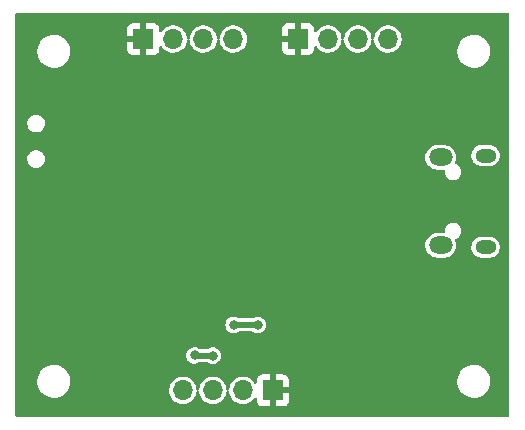
<source format=gbr>
%TF.GenerationSoftware,KiCad,Pcbnew,(6.0.1)*%
%TF.CreationDate,2022-02-23T01:52:35+01:00*%
%TF.ProjectId,stm32myPill,73746d33-326d-4795-9069-6c6c2e6b6963,rev?*%
%TF.SameCoordinates,Original*%
%TF.FileFunction,Copper,L2,Bot*%
%TF.FilePolarity,Positive*%
%FSLAX46Y46*%
G04 Gerber Fmt 4.6, Leading zero omitted, Abs format (unit mm)*
G04 Created by KiCad (PCBNEW (6.0.1)) date 2022-02-23 01:52:35*
%MOMM*%
%LPD*%
G01*
G04 APERTURE LIST*
%TA.AperFunction,ComponentPad*%
%ADD10O,2.000000X1.450000*%
%TD*%
%TA.AperFunction,ComponentPad*%
%ADD11O,1.800000X1.150000*%
%TD*%
%TA.AperFunction,ComponentPad*%
%ADD12R,1.700000X1.700000*%
%TD*%
%TA.AperFunction,ComponentPad*%
%ADD13O,1.700000X1.700000*%
%TD*%
%TA.AperFunction,ViaPad*%
%ADD14C,0.700000*%
%TD*%
%TA.AperFunction,ViaPad*%
%ADD15C,0.800000*%
%TD*%
%TA.AperFunction,Conductor*%
%ADD16C,0.500000*%
%TD*%
G04 APERTURE END LIST*
D10*
%TO.P,J1,6,Shield*%
%TO.N,N/C*%
X115295000Y-75020000D03*
X115295000Y-82470000D03*
D11*
X119095000Y-82620000D03*
X119095000Y-74870000D03*
%TD*%
D12*
%TO.P,J4,1,Pin_1*%
%TO.N,GND*%
X101080000Y-94750000D03*
D13*
%TO.P,J4,2,Pin_2*%
%TO.N,/I2C2_SDA*%
X98540000Y-94750000D03*
%TO.P,J4,3,Pin_3*%
%TO.N,/I2C2_SCL*%
X96000000Y-94750000D03*
%TO.P,J4,4,Pin_4*%
%TO.N,+3V3*%
X93460000Y-94750000D03*
%TD*%
D12*
%TO.P,J3,1,Pin_1*%
%TO.N,GND*%
X103210000Y-65000000D03*
D13*
%TO.P,J3,2,Pin_2*%
%TO.N,/SWCLK*%
X105750000Y-65000000D03*
%TO.P,J3,3,Pin_3*%
%TO.N,/SWDIO*%
X108290000Y-65000000D03*
%TO.P,J3,4,Pin_4*%
%TO.N,+3V3*%
X110830000Y-65000000D03*
%TD*%
D12*
%TO.P,J2,1,Pin_1*%
%TO.N,GND*%
X90120000Y-65000000D03*
D13*
%TO.P,J2,2,Pin_2*%
%TO.N,/USART1_RX*%
X92660000Y-65000000D03*
%TO.P,J2,3,Pin_3*%
%TO.N,/USART1_TX*%
X95200000Y-65000000D03*
%TO.P,J2,4,Pin_4*%
%TO.N,+3V3*%
X97740000Y-65000000D03*
%TD*%
D14*
%TO.N,GND*%
X100200000Y-82900000D03*
X90000000Y-79400000D03*
X92000000Y-75400000D03*
X112700000Y-87900000D03*
X108600000Y-83100000D03*
X95700000Y-77100000D03*
D15*
X116200000Y-87200000D03*
D14*
X84300000Y-71300000D03*
X97000000Y-86100000D03*
X108600000Y-82200000D03*
X110500000Y-87400000D03*
X90100000Y-77100000D03*
X89200000Y-83600000D03*
X109500000Y-87400000D03*
X85500000Y-81400000D03*
X113300000Y-77500000D03*
X87200000Y-76300000D03*
X89200000Y-86800000D03*
X105000000Y-78000000D03*
X90820413Y-80959065D03*
D15*
%TO.N,+3V3*%
X97766449Y-89195747D03*
X94454500Y-91787301D03*
X96000000Y-91800000D03*
X99800000Y-89200000D03*
%TD*%
D16*
%TO.N,+3V3*%
X94467199Y-91800000D02*
X94454500Y-91787301D01*
X97770702Y-89200000D02*
X97766449Y-89195747D01*
X99800000Y-89200000D02*
X97770702Y-89200000D01*
X96000000Y-91800000D02*
X94467199Y-91800000D01*
%TD*%
%TA.AperFunction,Conductor*%
%TO.N,GND*%
G36*
X121055039Y-62803685D02*
G01*
X121100794Y-62856489D01*
X121112000Y-62908000D01*
X121112000Y-96858000D01*
X121092315Y-96925039D01*
X121039511Y-96970794D01*
X120988000Y-96982000D01*
X79418000Y-96982000D01*
X79350961Y-96962315D01*
X79305206Y-96909511D01*
X79294000Y-96858000D01*
X79294000Y-93913789D01*
X81145996Y-93913789D01*
X81154913Y-94151295D01*
X81155990Y-94156430D01*
X81155991Y-94156435D01*
X81193653Y-94335931D01*
X81203719Y-94383904D01*
X81291020Y-94604963D01*
X81293741Y-94609447D01*
X81293743Y-94609451D01*
X81359247Y-94717398D01*
X81414319Y-94808153D01*
X81570090Y-94987664D01*
X81753880Y-95138362D01*
X81758441Y-95140958D01*
X81758442Y-95140959D01*
X81955875Y-95253345D01*
X81955880Y-95253347D01*
X81960433Y-95255939D01*
X82183844Y-95337034D01*
X82417725Y-95379326D01*
X82442619Y-95380500D01*
X82609680Y-95380500D01*
X82612296Y-95380278D01*
X82612297Y-95380278D01*
X82781590Y-95365913D01*
X82786823Y-95365469D01*
X83016874Y-95305760D01*
X83233576Y-95208143D01*
X83430732Y-95075409D01*
X83602705Y-94911355D01*
X83744579Y-94720670D01*
X83745045Y-94719754D01*
X92304967Y-94719754D01*
X92305338Y-94725416D01*
X92305338Y-94725420D01*
X92309488Y-94788736D01*
X92318796Y-94930749D01*
X92370845Y-95135690D01*
X92373219Y-95140841D01*
X92373221Y-95140845D01*
X92456991Y-95322556D01*
X92459369Y-95327714D01*
X92581405Y-95500391D01*
X92732865Y-95647937D01*
X92737588Y-95651093D01*
X92737592Y-95651096D01*
X92808663Y-95698584D01*
X92908677Y-95765411D01*
X93102953Y-95848878D01*
X93166283Y-95863208D01*
X93303638Y-95894289D01*
X93303642Y-95894290D01*
X93309186Y-95895544D01*
X93435651Y-95900513D01*
X93514789Y-95903623D01*
X93514791Y-95903623D01*
X93520470Y-95903846D01*
X93526090Y-95903031D01*
X93526092Y-95903031D01*
X93724103Y-95874320D01*
X93724104Y-95874320D01*
X93729730Y-95873504D01*
X93808890Y-95846633D01*
X93924565Y-95807367D01*
X93924568Y-95807366D01*
X93929955Y-95805537D01*
X93934916Y-95802759D01*
X93934922Y-95802756D01*
X94090275Y-95715753D01*
X94114442Y-95702219D01*
X94277012Y-95567012D01*
X94280644Y-95562645D01*
X94408584Y-95408813D01*
X94408585Y-95408811D01*
X94412219Y-95404442D01*
X94496838Y-95253345D01*
X94512756Y-95224922D01*
X94512759Y-95224916D01*
X94515537Y-95219955D01*
X94542353Y-95140959D01*
X94581675Y-95025118D01*
X94583504Y-95019730D01*
X94585954Y-95002831D01*
X94607820Y-94852033D01*
X94636921Y-94788512D01*
X94690225Y-94754346D01*
X94770974Y-94754346D01*
X94824347Y-94788736D01*
X94853296Y-94852327D01*
X94854271Y-94861707D01*
X94858796Y-94930749D01*
X94910845Y-95135690D01*
X94913219Y-95140841D01*
X94913221Y-95140845D01*
X94996991Y-95322556D01*
X94999369Y-95327714D01*
X95121405Y-95500391D01*
X95272865Y-95647937D01*
X95277588Y-95651093D01*
X95277592Y-95651096D01*
X95348663Y-95698584D01*
X95448677Y-95765411D01*
X95642953Y-95848878D01*
X95706283Y-95863208D01*
X95843638Y-95894289D01*
X95843642Y-95894290D01*
X95849186Y-95895544D01*
X95975651Y-95900513D01*
X96054789Y-95903623D01*
X96054791Y-95903623D01*
X96060470Y-95903846D01*
X96066090Y-95903031D01*
X96066092Y-95903031D01*
X96264103Y-95874320D01*
X96264104Y-95874320D01*
X96269730Y-95873504D01*
X96348890Y-95846633D01*
X96464565Y-95807367D01*
X96464568Y-95807366D01*
X96469955Y-95805537D01*
X96474916Y-95802759D01*
X96474922Y-95802756D01*
X96630275Y-95715753D01*
X96654442Y-95702219D01*
X96817012Y-95567012D01*
X96820644Y-95562645D01*
X96948584Y-95408813D01*
X96948585Y-95408811D01*
X96952219Y-95404442D01*
X97036838Y-95253345D01*
X97052756Y-95224922D01*
X97052759Y-95224916D01*
X97055537Y-95219955D01*
X97082353Y-95140959D01*
X97121675Y-95025118D01*
X97123504Y-95019730D01*
X97125954Y-95002831D01*
X97147820Y-94852033D01*
X97176921Y-94788512D01*
X97230225Y-94754346D01*
X97310974Y-94754346D01*
X97364347Y-94788736D01*
X97393296Y-94852327D01*
X97394271Y-94861707D01*
X97398796Y-94930749D01*
X97450845Y-95135690D01*
X97453219Y-95140841D01*
X97453221Y-95140845D01*
X97536991Y-95322556D01*
X97539369Y-95327714D01*
X97661405Y-95500391D01*
X97812865Y-95647937D01*
X97817588Y-95651093D01*
X97817592Y-95651096D01*
X97888663Y-95698584D01*
X97988677Y-95765411D01*
X98182953Y-95848878D01*
X98246283Y-95863208D01*
X98383638Y-95894289D01*
X98383642Y-95894290D01*
X98389186Y-95895544D01*
X98515651Y-95900513D01*
X98594789Y-95903623D01*
X98594791Y-95903623D01*
X98600470Y-95903846D01*
X98606090Y-95903031D01*
X98606092Y-95903031D01*
X98804103Y-95874320D01*
X98804104Y-95874320D01*
X98809730Y-95873504D01*
X98888890Y-95846633D01*
X99004565Y-95807367D01*
X99004568Y-95807366D01*
X99009955Y-95805537D01*
X99014916Y-95802759D01*
X99014922Y-95802756D01*
X99170275Y-95715753D01*
X99194442Y-95702219D01*
X99357012Y-95567012D01*
X99360644Y-95562645D01*
X99488584Y-95408813D01*
X99488585Y-95408811D01*
X99492219Y-95404442D01*
X99497812Y-95394455D01*
X99547743Y-95345583D01*
X99616171Y-95331464D01*
X99681370Y-95356581D01*
X99722640Y-95412960D01*
X99730000Y-95455046D01*
X99730000Y-95643972D01*
X99730363Y-95650669D01*
X99735803Y-95700744D01*
X99739371Y-95715753D01*
X99783817Y-95834311D01*
X99792212Y-95849646D01*
X99867516Y-95950124D01*
X99879876Y-95962484D01*
X99980354Y-96037788D01*
X99995689Y-96046183D01*
X100114247Y-96090629D01*
X100129256Y-96094197D01*
X100179331Y-96099637D01*
X100186028Y-96100000D01*
X100812170Y-96100000D01*
X100827169Y-96095596D01*
X100828356Y-96094226D01*
X100830000Y-96086668D01*
X100830000Y-96082170D01*
X101330000Y-96082170D01*
X101334404Y-96097169D01*
X101335774Y-96098356D01*
X101343332Y-96100000D01*
X101973972Y-96100000D01*
X101980669Y-96099637D01*
X102030744Y-96094197D01*
X102045753Y-96090629D01*
X102164311Y-96046183D01*
X102179646Y-96037788D01*
X102280124Y-95962484D01*
X102292484Y-95950124D01*
X102367788Y-95849646D01*
X102376183Y-95834311D01*
X102420629Y-95715753D01*
X102424197Y-95700744D01*
X102429637Y-95650669D01*
X102430000Y-95643972D01*
X102430000Y-95017830D01*
X102425596Y-95002831D01*
X102424226Y-95001644D01*
X102416668Y-95000000D01*
X101347830Y-95000000D01*
X101332831Y-95004404D01*
X101331644Y-95005774D01*
X101330000Y-95013332D01*
X101330000Y-96082170D01*
X100830000Y-96082170D01*
X100830000Y-94482170D01*
X101330000Y-94482170D01*
X101334404Y-94497169D01*
X101335774Y-94498356D01*
X101343332Y-94500000D01*
X102412170Y-94500000D01*
X102427169Y-94495596D01*
X102428356Y-94494226D01*
X102430000Y-94486668D01*
X102430000Y-93913789D01*
X116705996Y-93913789D01*
X116714913Y-94151295D01*
X116715990Y-94156430D01*
X116715991Y-94156435D01*
X116753653Y-94335931D01*
X116763719Y-94383904D01*
X116851020Y-94604963D01*
X116853741Y-94609447D01*
X116853743Y-94609451D01*
X116919247Y-94717398D01*
X116974319Y-94808153D01*
X117130090Y-94987664D01*
X117313880Y-95138362D01*
X117318441Y-95140958D01*
X117318442Y-95140959D01*
X117515875Y-95253345D01*
X117515880Y-95253347D01*
X117520433Y-95255939D01*
X117743844Y-95337034D01*
X117977725Y-95379326D01*
X118002619Y-95380500D01*
X118169680Y-95380500D01*
X118172296Y-95380278D01*
X118172297Y-95380278D01*
X118341590Y-95365913D01*
X118346823Y-95365469D01*
X118576874Y-95305760D01*
X118793576Y-95208143D01*
X118990732Y-95075409D01*
X119162705Y-94911355D01*
X119304579Y-94720670D01*
X119340556Y-94649909D01*
X119409913Y-94513493D01*
X119409915Y-94513488D01*
X119412295Y-94508807D01*
X119419170Y-94486668D01*
X119481215Y-94286848D01*
X119482775Y-94281824D01*
X119501343Y-94141733D01*
X119513315Y-94051412D01*
X119513315Y-94051408D01*
X119514004Y-94046211D01*
X119505087Y-93808705D01*
X119503105Y-93799256D01*
X119457361Y-93581242D01*
X119457360Y-93581239D01*
X119456281Y-93576096D01*
X119368980Y-93355037D01*
X119301607Y-93244009D01*
X119248408Y-93156341D01*
X119245681Y-93151847D01*
X119089910Y-92972336D01*
X118906120Y-92821638D01*
X118788687Y-92754791D01*
X118704125Y-92706655D01*
X118704120Y-92706653D01*
X118699567Y-92704061D01*
X118476156Y-92622966D01*
X118242275Y-92580674D01*
X118217381Y-92579500D01*
X118050320Y-92579500D01*
X118047704Y-92579722D01*
X118047703Y-92579722D01*
X118036484Y-92580674D01*
X117873177Y-92594531D01*
X117643126Y-92654240D01*
X117426424Y-92751857D01*
X117229268Y-92884591D01*
X117057295Y-93048645D01*
X116915421Y-93239330D01*
X116913042Y-93244008D01*
X116913042Y-93244009D01*
X116824668Y-93417830D01*
X116807705Y-93451193D01*
X116806146Y-93456213D01*
X116806145Y-93456216D01*
X116751259Y-93632979D01*
X116737225Y-93678176D01*
X116736534Y-93683386D01*
X116736534Y-93683388D01*
X116716148Y-93837197D01*
X116705996Y-93913789D01*
X102430000Y-93913789D01*
X102430000Y-93856028D01*
X102429637Y-93849331D01*
X102424197Y-93799256D01*
X102420629Y-93784247D01*
X102376183Y-93665689D01*
X102367788Y-93650354D01*
X102292484Y-93549876D01*
X102280124Y-93537516D01*
X102179646Y-93462212D01*
X102164311Y-93453817D01*
X102045753Y-93409371D01*
X102030744Y-93405803D01*
X101980669Y-93400363D01*
X101973972Y-93400000D01*
X101347830Y-93400000D01*
X101332831Y-93404404D01*
X101331644Y-93405774D01*
X101330000Y-93413332D01*
X101330000Y-94482170D01*
X100830000Y-94482170D01*
X100830000Y-93417830D01*
X100825596Y-93402831D01*
X100824226Y-93401644D01*
X100816668Y-93400000D01*
X100186028Y-93400000D01*
X100179331Y-93400363D01*
X100129256Y-93405803D01*
X100114247Y-93409371D01*
X99995689Y-93453817D01*
X99980354Y-93462212D01*
X99879876Y-93537516D01*
X99867516Y-93549876D01*
X99792212Y-93650354D01*
X99783817Y-93665689D01*
X99739371Y-93784247D01*
X99735803Y-93799256D01*
X99730363Y-93849331D01*
X99730000Y-93856028D01*
X99730000Y-94047295D01*
X99710315Y-94114334D01*
X99657511Y-94160089D01*
X99588353Y-94170033D01*
X99524797Y-94141008D01*
X99506645Y-94121487D01*
X99402056Y-93981426D01*
X99402050Y-93981419D01*
X99398651Y-93976867D01*
X99394481Y-93973012D01*
X99394478Y-93973009D01*
X99324787Y-93908588D01*
X99243381Y-93833337D01*
X99204342Y-93808705D01*
X99069363Y-93723539D01*
X99069361Y-93723538D01*
X99064554Y-93720505D01*
X98868160Y-93642152D01*
X98862579Y-93641042D01*
X98862576Y-93641041D01*
X98764467Y-93621526D01*
X98660775Y-93600901D01*
X98655088Y-93600827D01*
X98655083Y-93600826D01*
X98455034Y-93598207D01*
X98455029Y-93598207D01*
X98449346Y-93598133D01*
X98443742Y-93599096D01*
X98443741Y-93599096D01*
X98246550Y-93632979D01*
X98246547Y-93632980D01*
X98240953Y-93633941D01*
X98042575Y-93707127D01*
X98037697Y-93710029D01*
X98037695Y-93710030D01*
X97865740Y-93812332D01*
X97865737Y-93812334D01*
X97860856Y-93815238D01*
X97701881Y-93954655D01*
X97698362Y-93959119D01*
X97698359Y-93959122D01*
X97639731Y-94033492D01*
X97570976Y-94120708D01*
X97472523Y-94307836D01*
X97470837Y-94313267D01*
X97470835Y-94313271D01*
X97418391Y-94482170D01*
X97409820Y-94509773D01*
X97392851Y-94653140D01*
X97365425Y-94717398D01*
X97310974Y-94754346D01*
X97230225Y-94754346D01*
X97230667Y-94754063D01*
X97178057Y-94722081D01*
X97147453Y-94659271D01*
X97146232Y-94649909D01*
X97136601Y-94545100D01*
X97136081Y-94539440D01*
X97078686Y-94335931D01*
X96985165Y-94146290D01*
X96858651Y-93976867D01*
X96854481Y-93973012D01*
X96854478Y-93973009D01*
X96784787Y-93908588D01*
X96703381Y-93833337D01*
X96664342Y-93808705D01*
X96529363Y-93723539D01*
X96529361Y-93723538D01*
X96524554Y-93720505D01*
X96328160Y-93642152D01*
X96322579Y-93641042D01*
X96322576Y-93641041D01*
X96224467Y-93621526D01*
X96120775Y-93600901D01*
X96115088Y-93600827D01*
X96115083Y-93600826D01*
X95915034Y-93598207D01*
X95915029Y-93598207D01*
X95909346Y-93598133D01*
X95903742Y-93599096D01*
X95903741Y-93599096D01*
X95706550Y-93632979D01*
X95706547Y-93632980D01*
X95700953Y-93633941D01*
X95502575Y-93707127D01*
X95497697Y-93710029D01*
X95497695Y-93710030D01*
X95325740Y-93812332D01*
X95325737Y-93812334D01*
X95320856Y-93815238D01*
X95161881Y-93954655D01*
X95158362Y-93959119D01*
X95158359Y-93959122D01*
X95099731Y-94033492D01*
X95030976Y-94120708D01*
X94932523Y-94307836D01*
X94930837Y-94313267D01*
X94930835Y-94313271D01*
X94878391Y-94482170D01*
X94869820Y-94509773D01*
X94852851Y-94653140D01*
X94825425Y-94717398D01*
X94770974Y-94754346D01*
X94690225Y-94754346D01*
X94690667Y-94754063D01*
X94638057Y-94722081D01*
X94607453Y-94659271D01*
X94606232Y-94649909D01*
X94596601Y-94545100D01*
X94596081Y-94539440D01*
X94538686Y-94335931D01*
X94445165Y-94146290D01*
X94318651Y-93976867D01*
X94314481Y-93973012D01*
X94314478Y-93973009D01*
X94244787Y-93908588D01*
X94163381Y-93833337D01*
X94124342Y-93808705D01*
X93989363Y-93723539D01*
X93989361Y-93723538D01*
X93984554Y-93720505D01*
X93788160Y-93642152D01*
X93782579Y-93641042D01*
X93782576Y-93641041D01*
X93684467Y-93621526D01*
X93580775Y-93600901D01*
X93575088Y-93600827D01*
X93575083Y-93600826D01*
X93375034Y-93598207D01*
X93375029Y-93598207D01*
X93369346Y-93598133D01*
X93363742Y-93599096D01*
X93363741Y-93599096D01*
X93166550Y-93632979D01*
X93166547Y-93632980D01*
X93160953Y-93633941D01*
X92962575Y-93707127D01*
X92957697Y-93710029D01*
X92957695Y-93710030D01*
X92785740Y-93812332D01*
X92785737Y-93812334D01*
X92780856Y-93815238D01*
X92621881Y-93954655D01*
X92618362Y-93959119D01*
X92618359Y-93959122D01*
X92559731Y-94033492D01*
X92490976Y-94120708D01*
X92392523Y-94307836D01*
X92390837Y-94313267D01*
X92390835Y-94313271D01*
X92338391Y-94482170D01*
X92329820Y-94509773D01*
X92329152Y-94515418D01*
X92329151Y-94515422D01*
X92319131Y-94600080D01*
X92304967Y-94719754D01*
X83745045Y-94719754D01*
X83780556Y-94649909D01*
X83849913Y-94513493D01*
X83849915Y-94513488D01*
X83852295Y-94508807D01*
X83859170Y-94486668D01*
X83921215Y-94286848D01*
X83922775Y-94281824D01*
X83941343Y-94141733D01*
X83953315Y-94051412D01*
X83953315Y-94051408D01*
X83954004Y-94046211D01*
X83945087Y-93808705D01*
X83943105Y-93799256D01*
X83897361Y-93581242D01*
X83897360Y-93581239D01*
X83896281Y-93576096D01*
X83808980Y-93355037D01*
X83741607Y-93244009D01*
X83688408Y-93156341D01*
X83685681Y-93151847D01*
X83529910Y-92972336D01*
X83346120Y-92821638D01*
X83228687Y-92754791D01*
X83144125Y-92706655D01*
X83144120Y-92706653D01*
X83139567Y-92704061D01*
X82916156Y-92622966D01*
X82682275Y-92580674D01*
X82657381Y-92579500D01*
X82490320Y-92579500D01*
X82487704Y-92579722D01*
X82487703Y-92579722D01*
X82476484Y-92580674D01*
X82313177Y-92594531D01*
X82083126Y-92654240D01*
X81866424Y-92751857D01*
X81669268Y-92884591D01*
X81497295Y-93048645D01*
X81355421Y-93239330D01*
X81353042Y-93244008D01*
X81353042Y-93244009D01*
X81264668Y-93417830D01*
X81247705Y-93451193D01*
X81246146Y-93456213D01*
X81246145Y-93456216D01*
X81191259Y-93632979D01*
X81177225Y-93678176D01*
X81176534Y-93683386D01*
X81176534Y-93683388D01*
X81156148Y-93837197D01*
X81145996Y-93913789D01*
X79294000Y-93913789D01*
X79294000Y-91779912D01*
X93748894Y-91779912D01*
X93749714Y-91787340D01*
X93749714Y-91787342D01*
X93752743Y-91814778D01*
X93767499Y-91948436D01*
X93770065Y-91955448D01*
X93770066Y-91955452D01*
X93823197Y-92100637D01*
X93825766Y-92107657D01*
X93829933Y-92113859D01*
X93829935Y-92113862D01*
X93851543Y-92146018D01*
X93920330Y-92248384D01*
X93925860Y-92253416D01*
X94040202Y-92357460D01*
X94040206Y-92357463D01*
X94045733Y-92362492D01*
X94194735Y-92443393D01*
X94273010Y-92463928D01*
X94351505Y-92484521D01*
X94351507Y-92484521D01*
X94358733Y-92486417D01*
X94441678Y-92487720D01*
X94520790Y-92488963D01*
X94520793Y-92488963D01*
X94528260Y-92489080D01*
X94652752Y-92460568D01*
X94686238Y-92452899D01*
X94686239Y-92452899D01*
X94693529Y-92451229D01*
X94844998Y-92375048D01*
X94849670Y-92371058D01*
X94917761Y-92350500D01*
X95518467Y-92350500D01*
X95588747Y-92372929D01*
X95591233Y-92375191D01*
X95597805Y-92378759D01*
X95597806Y-92378760D01*
X95614358Y-92387747D01*
X95740235Y-92456092D01*
X95835585Y-92481107D01*
X95897005Y-92497220D01*
X95897007Y-92497220D01*
X95904233Y-92499116D01*
X95987178Y-92500419D01*
X96066290Y-92501662D01*
X96066293Y-92501662D01*
X96073760Y-92501779D01*
X96196209Y-92473735D01*
X96231738Y-92465598D01*
X96231739Y-92465598D01*
X96239029Y-92463928D01*
X96314111Y-92426166D01*
X96383820Y-92391106D01*
X96383822Y-92391105D01*
X96390498Y-92387747D01*
X96396180Y-92382894D01*
X96396183Y-92382892D01*
X96513741Y-92282487D01*
X96519423Y-92277634D01*
X96618361Y-92139947D01*
X96681601Y-91982634D01*
X96682654Y-91975237D01*
X96704918Y-91818800D01*
X96704918Y-91818794D01*
X96705490Y-91814778D01*
X96705645Y-91800000D01*
X96685276Y-91631680D01*
X96625345Y-91473077D01*
X96607929Y-91447737D01*
X96533549Y-91339513D01*
X96533546Y-91339510D01*
X96529312Y-91333349D01*
X96487340Y-91295953D01*
X96408303Y-91225533D01*
X96408301Y-91225532D01*
X96402721Y-91220560D01*
X96388347Y-91212949D01*
X96259489Y-91144723D01*
X96252881Y-91141224D01*
X96088441Y-91099919D01*
X96002248Y-91099468D01*
X95926368Y-91099070D01*
X95926367Y-91099070D01*
X95918895Y-91099031D01*
X95897235Y-91104231D01*
X95761295Y-91136868D01*
X95761293Y-91136869D01*
X95754032Y-91138612D01*
X95747399Y-91142035D01*
X95747395Y-91142037D01*
X95680465Y-91176583D01*
X95603369Y-91216375D01*
X95597735Y-91221289D01*
X95591556Y-91225489D01*
X95590283Y-91223616D01*
X95536960Y-91248180D01*
X95518912Y-91249500D01*
X94951183Y-91249500D01*
X94884144Y-91229815D01*
X94868695Y-91218083D01*
X94862808Y-91212838D01*
X94862803Y-91212835D01*
X94857221Y-91207861D01*
X94842847Y-91200250D01*
X94782301Y-91168193D01*
X94707381Y-91128525D01*
X94542941Y-91087220D01*
X94456748Y-91086769D01*
X94380868Y-91086371D01*
X94380867Y-91086371D01*
X94373395Y-91086332D01*
X94351735Y-91091532D01*
X94215795Y-91124169D01*
X94215793Y-91124170D01*
X94208532Y-91125913D01*
X94201899Y-91129336D01*
X94201895Y-91129338D01*
X94178867Y-91141224D01*
X94057869Y-91203676D01*
X94052237Y-91208589D01*
X94005340Y-91249500D01*
X93930104Y-91315132D01*
X93832613Y-91453848D01*
X93771024Y-91611814D01*
X93770048Y-91619224D01*
X93770048Y-91619226D01*
X93767431Y-91639105D01*
X93748894Y-91779912D01*
X79294000Y-91779912D01*
X79294000Y-89188358D01*
X97060843Y-89188358D01*
X97079448Y-89356882D01*
X97082014Y-89363894D01*
X97082015Y-89363898D01*
X97086165Y-89375237D01*
X97137715Y-89516103D01*
X97141882Y-89522305D01*
X97141884Y-89522308D01*
X97153737Y-89539947D01*
X97232279Y-89656830D01*
X97237809Y-89661862D01*
X97352151Y-89765906D01*
X97352155Y-89765909D01*
X97357682Y-89770938D01*
X97506684Y-89851839D01*
X97602034Y-89876854D01*
X97663454Y-89892967D01*
X97663456Y-89892967D01*
X97670682Y-89894863D01*
X97753627Y-89896166D01*
X97832739Y-89897409D01*
X97832742Y-89897409D01*
X97840209Y-89897526D01*
X97962658Y-89869482D01*
X97998187Y-89861345D01*
X97998188Y-89861345D01*
X98005478Y-89859675D01*
X98080560Y-89821913D01*
X98150269Y-89786853D01*
X98150271Y-89786852D01*
X98156947Y-89783494D01*
X98162631Y-89778639D01*
X98168858Y-89774502D01*
X98169930Y-89776115D01*
X98224553Y-89751639D01*
X98241324Y-89750500D01*
X99318467Y-89750500D01*
X99388747Y-89772929D01*
X99391233Y-89775191D01*
X99397805Y-89778759D01*
X99397806Y-89778760D01*
X99406525Y-89783494D01*
X99540235Y-89856092D01*
X99635585Y-89881107D01*
X99697005Y-89897220D01*
X99697007Y-89897220D01*
X99704233Y-89899116D01*
X99787178Y-89900419D01*
X99866290Y-89901662D01*
X99866293Y-89901662D01*
X99873760Y-89901779D01*
X99996209Y-89873735D01*
X100031738Y-89865598D01*
X100031739Y-89865598D01*
X100039029Y-89863928D01*
X100114111Y-89826165D01*
X100183820Y-89791106D01*
X100183822Y-89791105D01*
X100190498Y-89787747D01*
X100196180Y-89782894D01*
X100196183Y-89782892D01*
X100313741Y-89682487D01*
X100319423Y-89677634D01*
X100418361Y-89539947D01*
X100481601Y-89382634D01*
X100482654Y-89375237D01*
X100504918Y-89218800D01*
X100504918Y-89218794D01*
X100505490Y-89214778D01*
X100505645Y-89200000D01*
X100485276Y-89031680D01*
X100425345Y-88873077D01*
X100413734Y-88856183D01*
X100333549Y-88739513D01*
X100333546Y-88739510D01*
X100329312Y-88733349D01*
X100287340Y-88695953D01*
X100208303Y-88625533D01*
X100208301Y-88625532D01*
X100202721Y-88620560D01*
X100196064Y-88617035D01*
X100059489Y-88544723D01*
X100052881Y-88541224D01*
X99888441Y-88499919D01*
X99802248Y-88499468D01*
X99726368Y-88499070D01*
X99726367Y-88499070D01*
X99718895Y-88499031D01*
X99697235Y-88504231D01*
X99561295Y-88536868D01*
X99561293Y-88536869D01*
X99554032Y-88538612D01*
X99547399Y-88542035D01*
X99547395Y-88542037D01*
X99480465Y-88576583D01*
X99403369Y-88616375D01*
X99397735Y-88621289D01*
X99391556Y-88625489D01*
X99390283Y-88623616D01*
X99336960Y-88648180D01*
X99318912Y-88649500D01*
X98253652Y-88649500D01*
X98186613Y-88629815D01*
X98180926Y-88625496D01*
X98180891Y-88625547D01*
X98174751Y-88621280D01*
X98169170Y-88616307D01*
X98154796Y-88608696D01*
X98028898Y-88542037D01*
X98019330Y-88536971D01*
X97854890Y-88495666D01*
X97768697Y-88495215D01*
X97692817Y-88494817D01*
X97692816Y-88494817D01*
X97685344Y-88494778D01*
X97667629Y-88499031D01*
X97527744Y-88532615D01*
X97527742Y-88532616D01*
X97520481Y-88534359D01*
X97513848Y-88537782D01*
X97513844Y-88537784D01*
X97446914Y-88572330D01*
X97369818Y-88612122D01*
X97364186Y-88617035D01*
X97326971Y-88649500D01*
X97242053Y-88723578D01*
X97144562Y-88862294D01*
X97082973Y-89020260D01*
X97081997Y-89027670D01*
X97081997Y-89027672D01*
X97080492Y-89039105D01*
X97060843Y-89188358D01*
X79294000Y-89188358D01*
X79294000Y-82462806D01*
X113989563Y-82462806D01*
X113990112Y-82468839D01*
X113990112Y-82468843D01*
X113999395Y-82570840D01*
X114007790Y-82663089D01*
X114009501Y-82668902D01*
X114009501Y-82668903D01*
X114011944Y-82677203D01*
X114064572Y-82856018D01*
X114157746Y-83034243D01*
X114251919Y-83151370D01*
X114279137Y-83185222D01*
X114283763Y-83190976D01*
X114437823Y-83320248D01*
X114614058Y-83417134D01*
X114619840Y-83418968D01*
X114619842Y-83418969D01*
X114799976Y-83476111D01*
X114799978Y-83476111D01*
X114805755Y-83477944D01*
X114860287Y-83484061D01*
X114958815Y-83495113D01*
X114958821Y-83495113D01*
X114962268Y-83495500D01*
X115620606Y-83495500D01*
X115623621Y-83495204D01*
X115623629Y-83495204D01*
X115764115Y-83481429D01*
X115764117Y-83481429D01*
X115770151Y-83480837D01*
X115962679Y-83422710D01*
X116140249Y-83328294D01*
X116296099Y-83201186D01*
X116424292Y-83046227D01*
X116431203Y-83033446D01*
X116517059Y-82874658D01*
X116517060Y-82874656D01*
X116519945Y-82869320D01*
X116579415Y-82677203D01*
X116590594Y-82570840D01*
X117890711Y-82570840D01*
X117900667Y-82760801D01*
X117951181Y-82944193D01*
X118039898Y-83112460D01*
X118044229Y-83117585D01*
X118044231Y-83117588D01*
X118158345Y-83252624D01*
X118162678Y-83257751D01*
X118168012Y-83261829D01*
X118308456Y-83369207D01*
X118308459Y-83369209D01*
X118313793Y-83373287D01*
X118319882Y-83376126D01*
X118319883Y-83376127D01*
X118480109Y-83450841D01*
X118486193Y-83453678D01*
X118492738Y-83455141D01*
X118492741Y-83455142D01*
X118584890Y-83475740D01*
X118671834Y-83495174D01*
X118677665Y-83495500D01*
X119467517Y-83495500D01*
X119609109Y-83480118D01*
X119789396Y-83419445D01*
X119952447Y-83321474D01*
X120079649Y-83201186D01*
X120085781Y-83195387D01*
X120090658Y-83190775D01*
X120140396Y-83117588D01*
X120193804Y-83039000D01*
X120193806Y-83038997D01*
X120197578Y-83033446D01*
X120200070Y-83027216D01*
X120200072Y-83027212D01*
X120265727Y-82863062D01*
X120268221Y-82856827D01*
X120269318Y-82850202D01*
X120298192Y-82675788D01*
X120298192Y-82675786D01*
X120299289Y-82669160D01*
X120289333Y-82479199D01*
X120238819Y-82295807D01*
X120150102Y-82127540D01*
X120106947Y-82076472D01*
X120031655Y-81987376D01*
X120031653Y-81987374D01*
X120027322Y-81982249D01*
X119943976Y-81918526D01*
X119881544Y-81870793D01*
X119881541Y-81870791D01*
X119876207Y-81866713D01*
X119803367Y-81832747D01*
X119709891Y-81789159D01*
X119703807Y-81786322D01*
X119697262Y-81784859D01*
X119697259Y-81784858D01*
X119585522Y-81759882D01*
X119518166Y-81744826D01*
X119512335Y-81744500D01*
X118722483Y-81744500D01*
X118580891Y-81759882D01*
X118400604Y-81820555D01*
X118237553Y-81918526D01*
X118099342Y-82049225D01*
X118095569Y-82054777D01*
X118095568Y-82054778D01*
X118042083Y-82133480D01*
X117992422Y-82206554D01*
X117989930Y-82212784D01*
X117989928Y-82212788D01*
X117969926Y-82262797D01*
X117921779Y-82383173D01*
X117920683Y-82389796D01*
X117920682Y-82389798D01*
X117906954Y-82472726D01*
X117890711Y-82570840D01*
X116590594Y-82570840D01*
X116600437Y-82477194D01*
X116592484Y-82389798D01*
X116584519Y-82302280D01*
X116582210Y-82276911D01*
X116525428Y-82083982D01*
X116522617Y-82078606D01*
X116520346Y-82072984D01*
X116521705Y-82072435D01*
X116509512Y-82011039D01*
X116535113Y-81946029D01*
X116584618Y-81910100D01*
X116584029Y-81908928D01*
X116728820Y-81836106D01*
X116728822Y-81836105D01*
X116735498Y-81832747D01*
X116741180Y-81827894D01*
X116741183Y-81827892D01*
X116858741Y-81727487D01*
X116864423Y-81722634D01*
X116963361Y-81584947D01*
X117026601Y-81427634D01*
X117050490Y-81259778D01*
X117050645Y-81245000D01*
X117030276Y-81076680D01*
X116970345Y-80918077D01*
X116961657Y-80905436D01*
X116878549Y-80784513D01*
X116878546Y-80784510D01*
X116874312Y-80778349D01*
X116747721Y-80665560D01*
X116733347Y-80657949D01*
X116604489Y-80589723D01*
X116597881Y-80586224D01*
X116433441Y-80544919D01*
X116347248Y-80544468D01*
X116271368Y-80544070D01*
X116271367Y-80544070D01*
X116263895Y-80544031D01*
X116242235Y-80549231D01*
X116106295Y-80581868D01*
X116106293Y-80581869D01*
X116099032Y-80583612D01*
X116092399Y-80587035D01*
X116092395Y-80587037D01*
X116025465Y-80621583D01*
X115948369Y-80661375D01*
X115820604Y-80772831D01*
X115723113Y-80911547D01*
X115661524Y-81069513D01*
X115639394Y-81237611D01*
X115640214Y-81245039D01*
X115640214Y-81245041D01*
X115647043Y-81306893D01*
X115634834Y-81375687D01*
X115587370Y-81426960D01*
X115523792Y-81444500D01*
X114969394Y-81444500D01*
X114966379Y-81444796D01*
X114966371Y-81444796D01*
X114825885Y-81458571D01*
X114825883Y-81458571D01*
X114819849Y-81459163D01*
X114627321Y-81517290D01*
X114449751Y-81611706D01*
X114293901Y-81738814D01*
X114165708Y-81893773D01*
X114162822Y-81899110D01*
X114162821Y-81899112D01*
X114081656Y-82049225D01*
X114070055Y-82070680D01*
X114010585Y-82262797D01*
X113989563Y-82462806D01*
X79294000Y-82462806D01*
X79294000Y-75200862D01*
X80289497Y-75200862D01*
X80319134Y-75373340D01*
X80321957Y-75379973D01*
X80321957Y-75379975D01*
X80338699Y-75419320D01*
X80387654Y-75534373D01*
X80391921Y-75540171D01*
X80391922Y-75540173D01*
X80487057Y-75669445D01*
X80491383Y-75675324D01*
X80496874Y-75679989D01*
X80496875Y-75679990D01*
X80619261Y-75783965D01*
X80619264Y-75783967D01*
X80624755Y-75788632D01*
X80631172Y-75791909D01*
X80631174Y-75791910D01*
X80697616Y-75825837D01*
X80780616Y-75868219D01*
X80787612Y-75869931D01*
X80787615Y-75869932D01*
X80858763Y-75887341D01*
X80950606Y-75909815D01*
X80956114Y-75910157D01*
X80956116Y-75910157D01*
X80959744Y-75910382D01*
X80959748Y-75910382D01*
X80961648Y-75910500D01*
X81087822Y-75910500D01*
X81217828Y-75895343D01*
X81224595Y-75892887D01*
X81224598Y-75892886D01*
X81375557Y-75838090D01*
X81375558Y-75838089D01*
X81382331Y-75835631D01*
X81461135Y-75783965D01*
X81522656Y-75743630D01*
X81522657Y-75743629D01*
X81528685Y-75739677D01*
X81533637Y-75734449D01*
X81533640Y-75734447D01*
X81644087Y-75617857D01*
X81644089Y-75617855D01*
X81649040Y-75612628D01*
X81652656Y-75606403D01*
X81652658Y-75606400D01*
X81733322Y-75467525D01*
X81736939Y-75461298D01*
X81787667Y-75293807D01*
X81798503Y-75119138D01*
X81780232Y-75012806D01*
X113989563Y-75012806D01*
X113990112Y-75018839D01*
X113990112Y-75018843D01*
X113998119Y-75106827D01*
X114007790Y-75213089D01*
X114009501Y-75218902D01*
X114009501Y-75218903D01*
X114033576Y-75300704D01*
X114064572Y-75406018D01*
X114157746Y-75584243D01*
X114226312Y-75669521D01*
X114278514Y-75734447D01*
X114283763Y-75740976D01*
X114437823Y-75870248D01*
X114614058Y-75967134D01*
X114619840Y-75968968D01*
X114619842Y-75968969D01*
X114799976Y-76026111D01*
X114799978Y-76026111D01*
X114805755Y-76027944D01*
X114860287Y-76034061D01*
X114958815Y-76045113D01*
X114958821Y-76045113D01*
X114962268Y-76045500D01*
X115523291Y-76045500D01*
X115590330Y-76065185D01*
X115636085Y-76117989D01*
X115646230Y-76185685D01*
X115639394Y-76237611D01*
X115640214Y-76245039D01*
X115640214Y-76245041D01*
X115641841Y-76259778D01*
X115657999Y-76406135D01*
X115660565Y-76413147D01*
X115660566Y-76413151D01*
X115713697Y-76558336D01*
X115716266Y-76565356D01*
X115720433Y-76571558D01*
X115720435Y-76571561D01*
X115733510Y-76591018D01*
X115810830Y-76706083D01*
X115816360Y-76711115D01*
X115930702Y-76815159D01*
X115930706Y-76815162D01*
X115936233Y-76820191D01*
X116085235Y-76901092D01*
X116180585Y-76926107D01*
X116242005Y-76942220D01*
X116242007Y-76942220D01*
X116249233Y-76944116D01*
X116332178Y-76945419D01*
X116411290Y-76946662D01*
X116411293Y-76946662D01*
X116418760Y-76946779D01*
X116541209Y-76918735D01*
X116576738Y-76910598D01*
X116576739Y-76910598D01*
X116584029Y-76908928D01*
X116659111Y-76871166D01*
X116728820Y-76836106D01*
X116728822Y-76836105D01*
X116735498Y-76832747D01*
X116741180Y-76827894D01*
X116741183Y-76827892D01*
X116858741Y-76727487D01*
X116864423Y-76722634D01*
X116963361Y-76584947D01*
X117026601Y-76427634D01*
X117050490Y-76259778D01*
X117050645Y-76245000D01*
X117030276Y-76076680D01*
X117011168Y-76026111D01*
X116972989Y-75925073D01*
X116972987Y-75925070D01*
X116970345Y-75918077D01*
X116966108Y-75911912D01*
X116878549Y-75784513D01*
X116878546Y-75784510D01*
X116874312Y-75778349D01*
X116790504Y-75703678D01*
X116753303Y-75670533D01*
X116753301Y-75670532D01*
X116747721Y-75665560D01*
X116660176Y-75619207D01*
X116604484Y-75589720D01*
X116604483Y-75589720D01*
X116597881Y-75586224D01*
X116590636Y-75584404D01*
X116588919Y-75583745D01*
X116533387Y-75541343D01*
X116509595Y-75475648D01*
X116518788Y-75421459D01*
X116519945Y-75419320D01*
X116579415Y-75227203D01*
X116600437Y-75027194D01*
X116599719Y-75019296D01*
X116582759Y-74832946D01*
X116582210Y-74826911D01*
X116580423Y-74820840D01*
X117890711Y-74820840D01*
X117900667Y-75010801D01*
X117951181Y-75194193D01*
X118039898Y-75362460D01*
X118044229Y-75367585D01*
X118044231Y-75367588D01*
X118135549Y-75475648D01*
X118162678Y-75507751D01*
X118168012Y-75511829D01*
X118308456Y-75619207D01*
X118308459Y-75619209D01*
X118313793Y-75623287D01*
X118319882Y-75626126D01*
X118319883Y-75626127D01*
X118425387Y-75675324D01*
X118486193Y-75703678D01*
X118492738Y-75705141D01*
X118492741Y-75705142D01*
X118584890Y-75725740D01*
X118671834Y-75745174D01*
X118677665Y-75745500D01*
X119467517Y-75745500D01*
X119609109Y-75730118D01*
X119789396Y-75669445D01*
X119952447Y-75571474D01*
X120090658Y-75440775D01*
X120105239Y-75419320D01*
X120193804Y-75289000D01*
X120193806Y-75288997D01*
X120197578Y-75283446D01*
X120200070Y-75277216D01*
X120200072Y-75277212D01*
X120251016Y-75149842D01*
X120268221Y-75106827D01*
X120282787Y-75018843D01*
X120298192Y-74925788D01*
X120298192Y-74925786D01*
X120299289Y-74919160D01*
X120289333Y-74729199D01*
X120238819Y-74545807D01*
X120167172Y-74409916D01*
X120153234Y-74383480D01*
X120153233Y-74383479D01*
X120150102Y-74377540D01*
X120080457Y-74295125D01*
X120031655Y-74237376D01*
X120031653Y-74237374D01*
X120027322Y-74232249D01*
X119941756Y-74166829D01*
X119881544Y-74120793D01*
X119881541Y-74120791D01*
X119876207Y-74116713D01*
X119784643Y-74074016D01*
X119709891Y-74039159D01*
X119703807Y-74036322D01*
X119697262Y-74034859D01*
X119697259Y-74034858D01*
X119585522Y-74009882D01*
X119518166Y-73994826D01*
X119512335Y-73994500D01*
X118722483Y-73994500D01*
X118580891Y-74009882D01*
X118400604Y-74070555D01*
X118237553Y-74168526D01*
X118232676Y-74173138D01*
X118105406Y-74293491D01*
X118099342Y-74299225D01*
X118095569Y-74304777D01*
X118095568Y-74304778D01*
X117996830Y-74450068D01*
X117992422Y-74456554D01*
X117989930Y-74462784D01*
X117989928Y-74462788D01*
X117959099Y-74539867D01*
X117921779Y-74633173D01*
X117920683Y-74639796D01*
X117920682Y-74639798D01*
X117892043Y-74812797D01*
X117890711Y-74820840D01*
X116580423Y-74820840D01*
X116578473Y-74814212D01*
X116527141Y-74639802D01*
X116527141Y-74639801D01*
X116525428Y-74633982D01*
X116432254Y-74455757D01*
X116338081Y-74338630D01*
X116310037Y-74303750D01*
X116310036Y-74303749D01*
X116306237Y-74299024D01*
X116152177Y-74169752D01*
X115975942Y-74072866D01*
X115970160Y-74071032D01*
X115970158Y-74071031D01*
X115790024Y-74013889D01*
X115790022Y-74013889D01*
X115784245Y-74012056D01*
X115729713Y-74005939D01*
X115631185Y-73994887D01*
X115631179Y-73994887D01*
X115627732Y-73994500D01*
X114969394Y-73994500D01*
X114966379Y-73994796D01*
X114966371Y-73994796D01*
X114825885Y-74008571D01*
X114825883Y-74008571D01*
X114819849Y-74009163D01*
X114627321Y-74067290D01*
X114449751Y-74161706D01*
X114293901Y-74288814D01*
X114165708Y-74443773D01*
X114162822Y-74449110D01*
X114162821Y-74449112D01*
X114107039Y-74552280D01*
X114070055Y-74620680D01*
X114010585Y-74812797D01*
X113989563Y-75012806D01*
X81780232Y-75012806D01*
X81768866Y-74946660D01*
X81700346Y-74785627D01*
X81663754Y-74735904D01*
X81600888Y-74650479D01*
X81600886Y-74650477D01*
X81596617Y-74644676D01*
X81590875Y-74639798D01*
X81468739Y-74536035D01*
X81468736Y-74536033D01*
X81463245Y-74531368D01*
X81456828Y-74528091D01*
X81456826Y-74528090D01*
X81366388Y-74481910D01*
X81307384Y-74451781D01*
X81300388Y-74450069D01*
X81300385Y-74450068D01*
X81229237Y-74432659D01*
X81137394Y-74410185D01*
X81131886Y-74409843D01*
X81131884Y-74409843D01*
X81128256Y-74409618D01*
X81128252Y-74409618D01*
X81126352Y-74409500D01*
X81000178Y-74409500D01*
X80870172Y-74424657D01*
X80863405Y-74427113D01*
X80863402Y-74427114D01*
X80765123Y-74462788D01*
X80705669Y-74484369D01*
X80633984Y-74531368D01*
X80602088Y-74552280D01*
X80559315Y-74580323D01*
X80554363Y-74585551D01*
X80554360Y-74585553D01*
X80492855Y-74650479D01*
X80438960Y-74707372D01*
X80435344Y-74713597D01*
X80435342Y-74713600D01*
X80422387Y-74735904D01*
X80351061Y-74858702D01*
X80300333Y-75026193D01*
X80289497Y-75200862D01*
X79294000Y-75200862D01*
X79294000Y-72200862D01*
X80289497Y-72200862D01*
X80319134Y-72373340D01*
X80387654Y-72534373D01*
X80391921Y-72540171D01*
X80391922Y-72540173D01*
X80449092Y-72617857D01*
X80491383Y-72675324D01*
X80496874Y-72679989D01*
X80496875Y-72679990D01*
X80619261Y-72783965D01*
X80619264Y-72783967D01*
X80624755Y-72788632D01*
X80631172Y-72791909D01*
X80631174Y-72791910D01*
X80697616Y-72825837D01*
X80780616Y-72868219D01*
X80787612Y-72869931D01*
X80787615Y-72869932D01*
X80858763Y-72887341D01*
X80950606Y-72909815D01*
X80956114Y-72910157D01*
X80956116Y-72910157D01*
X80959744Y-72910382D01*
X80959748Y-72910382D01*
X80961648Y-72910500D01*
X81087822Y-72910500D01*
X81217828Y-72895343D01*
X81224595Y-72892887D01*
X81224598Y-72892886D01*
X81375557Y-72838090D01*
X81375558Y-72838089D01*
X81382331Y-72835631D01*
X81528685Y-72739677D01*
X81533637Y-72734449D01*
X81533640Y-72734447D01*
X81644087Y-72617857D01*
X81644089Y-72617855D01*
X81649040Y-72612628D01*
X81652656Y-72606403D01*
X81652658Y-72606400D01*
X81733322Y-72467525D01*
X81736939Y-72461298D01*
X81787667Y-72293807D01*
X81798503Y-72119138D01*
X81768866Y-71946660D01*
X81700346Y-71785627D01*
X81647340Y-71713600D01*
X81600888Y-71650479D01*
X81600886Y-71650477D01*
X81596617Y-71644676D01*
X81516216Y-71576370D01*
X81468739Y-71536035D01*
X81468736Y-71536033D01*
X81463245Y-71531368D01*
X81456828Y-71528091D01*
X81456826Y-71528090D01*
X81366388Y-71481910D01*
X81307384Y-71451781D01*
X81300388Y-71450069D01*
X81300385Y-71450068D01*
X81229237Y-71432659D01*
X81137394Y-71410185D01*
X81131886Y-71409843D01*
X81131884Y-71409843D01*
X81128256Y-71409618D01*
X81128252Y-71409618D01*
X81126352Y-71409500D01*
X81000178Y-71409500D01*
X80870172Y-71424657D01*
X80863405Y-71427113D01*
X80863402Y-71427114D01*
X80712443Y-71481910D01*
X80705669Y-71484369D01*
X80559315Y-71580323D01*
X80554363Y-71585551D01*
X80554360Y-71585553D01*
X80492855Y-71650479D01*
X80438960Y-71707372D01*
X80435344Y-71713597D01*
X80435342Y-71713600D01*
X80396875Y-71779827D01*
X80351061Y-71858702D01*
X80300333Y-72026193D01*
X80289497Y-72200862D01*
X79294000Y-72200862D01*
X79294000Y-65973789D01*
X81145996Y-65973789D01*
X81150771Y-66100969D01*
X81154494Y-66200124D01*
X81154913Y-66211295D01*
X81155990Y-66216430D01*
X81155991Y-66216435D01*
X81183422Y-66347169D01*
X81203719Y-66443904D01*
X81291020Y-66664963D01*
X81293741Y-66669447D01*
X81293743Y-66669451D01*
X81361233Y-66780670D01*
X81414319Y-66868153D01*
X81570090Y-67047664D01*
X81753880Y-67198362D01*
X81758441Y-67200958D01*
X81758442Y-67200959D01*
X81955875Y-67313345D01*
X81955880Y-67313347D01*
X81960433Y-67315939D01*
X82183844Y-67397034D01*
X82417725Y-67439326D01*
X82442619Y-67440500D01*
X82609680Y-67440500D01*
X82612296Y-67440278D01*
X82612297Y-67440278D01*
X82781590Y-67425913D01*
X82786823Y-67425469D01*
X83016874Y-67365760D01*
X83233576Y-67268143D01*
X83430732Y-67135409D01*
X83602705Y-66971355D01*
X83744579Y-66780670D01*
X83746958Y-66775991D01*
X83849913Y-66573493D01*
X83849915Y-66573488D01*
X83852295Y-66568807D01*
X83922775Y-66341824D01*
X83924055Y-66332170D01*
X83953315Y-66111412D01*
X83953315Y-66111408D01*
X83954004Y-66106211D01*
X83946287Y-65900669D01*
X83946036Y-65893972D01*
X88770000Y-65893972D01*
X88770363Y-65900669D01*
X88775803Y-65950744D01*
X88779371Y-65965753D01*
X88823817Y-66084311D01*
X88832212Y-66099646D01*
X88907516Y-66200124D01*
X88919876Y-66212484D01*
X89020354Y-66287788D01*
X89035689Y-66296183D01*
X89154247Y-66340629D01*
X89169256Y-66344197D01*
X89219331Y-66349637D01*
X89226028Y-66350000D01*
X89852170Y-66350000D01*
X89867169Y-66345596D01*
X89868356Y-66344226D01*
X89870000Y-66336668D01*
X89870000Y-66332170D01*
X90370000Y-66332170D01*
X90374404Y-66347169D01*
X90375774Y-66348356D01*
X90383332Y-66350000D01*
X91013972Y-66350000D01*
X91020669Y-66349637D01*
X91070744Y-66344197D01*
X91085753Y-66340629D01*
X91204311Y-66296183D01*
X91219646Y-66287788D01*
X91320124Y-66212484D01*
X91332484Y-66200124D01*
X91407788Y-66099646D01*
X91416183Y-66084311D01*
X91460629Y-65965753D01*
X91464197Y-65950744D01*
X91469637Y-65900669D01*
X91470000Y-65893972D01*
X91470000Y-65700070D01*
X91489685Y-65633031D01*
X91542489Y-65587276D01*
X91611647Y-65577332D01*
X91675203Y-65606357D01*
X91695263Y-65628503D01*
X91713595Y-65654442D01*
X91776456Y-65743388D01*
X91781405Y-65750391D01*
X91932865Y-65897937D01*
X91937588Y-65901093D01*
X91937592Y-65901096D01*
X92008663Y-65948584D01*
X92108677Y-66015411D01*
X92302953Y-66098878D01*
X92335360Y-66106211D01*
X92503638Y-66144289D01*
X92503642Y-66144290D01*
X92509186Y-66145544D01*
X92635651Y-66150513D01*
X92714789Y-66153623D01*
X92714791Y-66153623D01*
X92720470Y-66153846D01*
X92726090Y-66153031D01*
X92726092Y-66153031D01*
X92924103Y-66124320D01*
X92924104Y-66124320D01*
X92929730Y-66123504D01*
X93008890Y-66096633D01*
X93124565Y-66057367D01*
X93124568Y-66057366D01*
X93129955Y-66055537D01*
X93134916Y-66052759D01*
X93134922Y-66052756D01*
X93290275Y-65965753D01*
X93314442Y-65952219D01*
X93414858Y-65868705D01*
X93472645Y-65820644D01*
X93477012Y-65817012D01*
X93480644Y-65812645D01*
X93608584Y-65658813D01*
X93608585Y-65658811D01*
X93612219Y-65654442D01*
X93695067Y-65506507D01*
X93712756Y-65474922D01*
X93712759Y-65474916D01*
X93715537Y-65469955D01*
X93746009Y-65380189D01*
X93781675Y-65275118D01*
X93783504Y-65269730D01*
X93785954Y-65252831D01*
X93807820Y-65102033D01*
X93836921Y-65038512D01*
X93890225Y-65004346D01*
X93970974Y-65004346D01*
X94024347Y-65038736D01*
X94053296Y-65102327D01*
X94054271Y-65111707D01*
X94058796Y-65180749D01*
X94110845Y-65385690D01*
X94113219Y-65390841D01*
X94113221Y-65390845D01*
X94151981Y-65474922D01*
X94199369Y-65577714D01*
X94202647Y-65582352D01*
X94316456Y-65743388D01*
X94321405Y-65750391D01*
X94472865Y-65897937D01*
X94477588Y-65901093D01*
X94477592Y-65901096D01*
X94548663Y-65948584D01*
X94648677Y-66015411D01*
X94842953Y-66098878D01*
X94875360Y-66106211D01*
X95043638Y-66144289D01*
X95043642Y-66144290D01*
X95049186Y-66145544D01*
X95175651Y-66150513D01*
X95254789Y-66153623D01*
X95254791Y-66153623D01*
X95260470Y-66153846D01*
X95266090Y-66153031D01*
X95266092Y-66153031D01*
X95464103Y-66124320D01*
X95464104Y-66124320D01*
X95469730Y-66123504D01*
X95548890Y-66096633D01*
X95664565Y-66057367D01*
X95664568Y-66057366D01*
X95669955Y-66055537D01*
X95674916Y-66052759D01*
X95674922Y-66052756D01*
X95830275Y-65965753D01*
X95854442Y-65952219D01*
X95954858Y-65868705D01*
X96012645Y-65820644D01*
X96017012Y-65817012D01*
X96020644Y-65812645D01*
X96148584Y-65658813D01*
X96148585Y-65658811D01*
X96152219Y-65654442D01*
X96235067Y-65506507D01*
X96252756Y-65474922D01*
X96252759Y-65474916D01*
X96255537Y-65469955D01*
X96286009Y-65380189D01*
X96321675Y-65275118D01*
X96323504Y-65269730D01*
X96325954Y-65252831D01*
X96347820Y-65102033D01*
X96376921Y-65038512D01*
X96430225Y-65004346D01*
X96510974Y-65004346D01*
X96564347Y-65038736D01*
X96593296Y-65102327D01*
X96594271Y-65111707D01*
X96598796Y-65180749D01*
X96650845Y-65385690D01*
X96653219Y-65390841D01*
X96653221Y-65390845D01*
X96691981Y-65474922D01*
X96739369Y-65577714D01*
X96742647Y-65582352D01*
X96856456Y-65743388D01*
X96861405Y-65750391D01*
X97012865Y-65897937D01*
X97017588Y-65901093D01*
X97017592Y-65901096D01*
X97088663Y-65948584D01*
X97188677Y-66015411D01*
X97382953Y-66098878D01*
X97415360Y-66106211D01*
X97583638Y-66144289D01*
X97583642Y-66144290D01*
X97589186Y-66145544D01*
X97715651Y-66150513D01*
X97794789Y-66153623D01*
X97794791Y-66153623D01*
X97800470Y-66153846D01*
X97806090Y-66153031D01*
X97806092Y-66153031D01*
X98004103Y-66124320D01*
X98004104Y-66124320D01*
X98009730Y-66123504D01*
X98088890Y-66096633D01*
X98204565Y-66057367D01*
X98204568Y-66057366D01*
X98209955Y-66055537D01*
X98214916Y-66052759D01*
X98214922Y-66052756D01*
X98370275Y-65965753D01*
X98394442Y-65952219D01*
X98464477Y-65893972D01*
X101860000Y-65893972D01*
X101860363Y-65900669D01*
X101865803Y-65950744D01*
X101869371Y-65965753D01*
X101913817Y-66084311D01*
X101922212Y-66099646D01*
X101997516Y-66200124D01*
X102009876Y-66212484D01*
X102110354Y-66287788D01*
X102125689Y-66296183D01*
X102244247Y-66340629D01*
X102259256Y-66344197D01*
X102309331Y-66349637D01*
X102316028Y-66350000D01*
X102942170Y-66350000D01*
X102957169Y-66345596D01*
X102958356Y-66344226D01*
X102960000Y-66336668D01*
X102960000Y-66332170D01*
X103460000Y-66332170D01*
X103464404Y-66347169D01*
X103465774Y-66348356D01*
X103473332Y-66350000D01*
X104103972Y-66350000D01*
X104110669Y-66349637D01*
X104160744Y-66344197D01*
X104175753Y-66340629D01*
X104294311Y-66296183D01*
X104309646Y-66287788D01*
X104410124Y-66212484D01*
X104422484Y-66200124D01*
X104497788Y-66099646D01*
X104506183Y-66084311D01*
X104550629Y-65965753D01*
X104554197Y-65950744D01*
X104559637Y-65900669D01*
X104560000Y-65893972D01*
X104560000Y-65700070D01*
X104579685Y-65633031D01*
X104632489Y-65587276D01*
X104701647Y-65577332D01*
X104765203Y-65606357D01*
X104785263Y-65628503D01*
X104803595Y-65654442D01*
X104866456Y-65743388D01*
X104871405Y-65750391D01*
X105022865Y-65897937D01*
X105027588Y-65901093D01*
X105027592Y-65901096D01*
X105098663Y-65948584D01*
X105198677Y-66015411D01*
X105392953Y-66098878D01*
X105425360Y-66106211D01*
X105593638Y-66144289D01*
X105593642Y-66144290D01*
X105599186Y-66145544D01*
X105725651Y-66150513D01*
X105804789Y-66153623D01*
X105804791Y-66153623D01*
X105810470Y-66153846D01*
X105816090Y-66153031D01*
X105816092Y-66153031D01*
X106014103Y-66124320D01*
X106014104Y-66124320D01*
X106019730Y-66123504D01*
X106098890Y-66096633D01*
X106214565Y-66057367D01*
X106214568Y-66057366D01*
X106219955Y-66055537D01*
X106224916Y-66052759D01*
X106224922Y-66052756D01*
X106380275Y-65965753D01*
X106404442Y-65952219D01*
X106504858Y-65868705D01*
X106562645Y-65820644D01*
X106567012Y-65817012D01*
X106570644Y-65812645D01*
X106698584Y-65658813D01*
X106698585Y-65658811D01*
X106702219Y-65654442D01*
X106785067Y-65506507D01*
X106802756Y-65474922D01*
X106802759Y-65474916D01*
X106805537Y-65469955D01*
X106836009Y-65380189D01*
X106871675Y-65275118D01*
X106873504Y-65269730D01*
X106875954Y-65252831D01*
X106897820Y-65102033D01*
X106926921Y-65038512D01*
X106980225Y-65004346D01*
X107060974Y-65004346D01*
X107114347Y-65038736D01*
X107143296Y-65102327D01*
X107144271Y-65111707D01*
X107148796Y-65180749D01*
X107200845Y-65385690D01*
X107203219Y-65390841D01*
X107203221Y-65390845D01*
X107241981Y-65474922D01*
X107289369Y-65577714D01*
X107292647Y-65582352D01*
X107406456Y-65743388D01*
X107411405Y-65750391D01*
X107562865Y-65897937D01*
X107567588Y-65901093D01*
X107567592Y-65901096D01*
X107638663Y-65948584D01*
X107738677Y-66015411D01*
X107932953Y-66098878D01*
X107965360Y-66106211D01*
X108133638Y-66144289D01*
X108133642Y-66144290D01*
X108139186Y-66145544D01*
X108265651Y-66150513D01*
X108344789Y-66153623D01*
X108344791Y-66153623D01*
X108350470Y-66153846D01*
X108356090Y-66153031D01*
X108356092Y-66153031D01*
X108554103Y-66124320D01*
X108554104Y-66124320D01*
X108559730Y-66123504D01*
X108638890Y-66096633D01*
X108754565Y-66057367D01*
X108754568Y-66057366D01*
X108759955Y-66055537D01*
X108764916Y-66052759D01*
X108764922Y-66052756D01*
X108920275Y-65965753D01*
X108944442Y-65952219D01*
X109044858Y-65868705D01*
X109102645Y-65820644D01*
X109107012Y-65817012D01*
X109110644Y-65812645D01*
X109238584Y-65658813D01*
X109238585Y-65658811D01*
X109242219Y-65654442D01*
X109325067Y-65506507D01*
X109342756Y-65474922D01*
X109342759Y-65474916D01*
X109345537Y-65469955D01*
X109376009Y-65380189D01*
X109411675Y-65275118D01*
X109413504Y-65269730D01*
X109415954Y-65252831D01*
X109437820Y-65102033D01*
X109466921Y-65038512D01*
X109520225Y-65004346D01*
X109600974Y-65004346D01*
X109654347Y-65038736D01*
X109683296Y-65102327D01*
X109684271Y-65111707D01*
X109688796Y-65180749D01*
X109740845Y-65385690D01*
X109743219Y-65390841D01*
X109743221Y-65390845D01*
X109781981Y-65474922D01*
X109829369Y-65577714D01*
X109832647Y-65582352D01*
X109946456Y-65743388D01*
X109951405Y-65750391D01*
X110102865Y-65897937D01*
X110107588Y-65901093D01*
X110107592Y-65901096D01*
X110178663Y-65948584D01*
X110278677Y-66015411D01*
X110472953Y-66098878D01*
X110505360Y-66106211D01*
X110673638Y-66144289D01*
X110673642Y-66144290D01*
X110679186Y-66145544D01*
X110805651Y-66150513D01*
X110884789Y-66153623D01*
X110884791Y-66153623D01*
X110890470Y-66153846D01*
X110896090Y-66153031D01*
X110896092Y-66153031D01*
X111094103Y-66124320D01*
X111094104Y-66124320D01*
X111099730Y-66123504D01*
X111178890Y-66096633D01*
X111294565Y-66057367D01*
X111294568Y-66057366D01*
X111299955Y-66055537D01*
X111304916Y-66052759D01*
X111304922Y-66052756D01*
X111445926Y-65973789D01*
X116705996Y-65973789D01*
X116710771Y-66100969D01*
X116714494Y-66200124D01*
X116714913Y-66211295D01*
X116715990Y-66216430D01*
X116715991Y-66216435D01*
X116743422Y-66347169D01*
X116763719Y-66443904D01*
X116851020Y-66664963D01*
X116853741Y-66669447D01*
X116853743Y-66669451D01*
X116921233Y-66780670D01*
X116974319Y-66868153D01*
X117130090Y-67047664D01*
X117313880Y-67198362D01*
X117318441Y-67200958D01*
X117318442Y-67200959D01*
X117515875Y-67313345D01*
X117515880Y-67313347D01*
X117520433Y-67315939D01*
X117743844Y-67397034D01*
X117977725Y-67439326D01*
X118002619Y-67440500D01*
X118169680Y-67440500D01*
X118172296Y-67440278D01*
X118172297Y-67440278D01*
X118341590Y-67425913D01*
X118346823Y-67425469D01*
X118576874Y-67365760D01*
X118793576Y-67268143D01*
X118990732Y-67135409D01*
X119162705Y-66971355D01*
X119304579Y-66780670D01*
X119306958Y-66775991D01*
X119409913Y-66573493D01*
X119409915Y-66573488D01*
X119412295Y-66568807D01*
X119482775Y-66341824D01*
X119484055Y-66332170D01*
X119513315Y-66111412D01*
X119513315Y-66111408D01*
X119514004Y-66106211D01*
X119506287Y-65900669D01*
X119505284Y-65873949D01*
X119505284Y-65873948D01*
X119505087Y-65868705D01*
X119493325Y-65812645D01*
X119457361Y-65641242D01*
X119457360Y-65641239D01*
X119456281Y-65636096D01*
X119444537Y-65606357D01*
X119390668Y-65469955D01*
X119368980Y-65415037D01*
X119301607Y-65304009D01*
X119248408Y-65216341D01*
X119245681Y-65211847D01*
X119089910Y-65032336D01*
X118906120Y-64881638D01*
X118788687Y-64814791D01*
X118704125Y-64766655D01*
X118704120Y-64766653D01*
X118699567Y-64764061D01*
X118476156Y-64682966D01*
X118242275Y-64640674D01*
X118217381Y-64639500D01*
X118050320Y-64639500D01*
X118047704Y-64639722D01*
X118047703Y-64639722D01*
X118036484Y-64640674D01*
X117873177Y-64654531D01*
X117643126Y-64714240D01*
X117426424Y-64811857D01*
X117229268Y-64944591D01*
X117057295Y-65108645D01*
X116915421Y-65299330D01*
X116913042Y-65304008D01*
X116913042Y-65304009D01*
X116831412Y-65464565D01*
X116807705Y-65511193D01*
X116806146Y-65516213D01*
X116806145Y-65516216D01*
X116778156Y-65606357D01*
X116737225Y-65738176D01*
X116736534Y-65743386D01*
X116736534Y-65743388D01*
X116708487Y-65954998D01*
X116705996Y-65973789D01*
X111445926Y-65973789D01*
X111460275Y-65965753D01*
X111484442Y-65952219D01*
X111584858Y-65868705D01*
X111642645Y-65820644D01*
X111647012Y-65817012D01*
X111650644Y-65812645D01*
X111778584Y-65658813D01*
X111778585Y-65658811D01*
X111782219Y-65654442D01*
X111865067Y-65506507D01*
X111882756Y-65474922D01*
X111882759Y-65474916D01*
X111885537Y-65469955D01*
X111916009Y-65380189D01*
X111951675Y-65275118D01*
X111953504Y-65269730D01*
X111983846Y-65060470D01*
X111985429Y-65000000D01*
X111966081Y-64789440D01*
X111908686Y-64585931D01*
X111815165Y-64396290D01*
X111688651Y-64226867D01*
X111684481Y-64223012D01*
X111684478Y-64223009D01*
X111620319Y-64163702D01*
X111533381Y-64083337D01*
X111479366Y-64049256D01*
X111359363Y-63973539D01*
X111359361Y-63973538D01*
X111354554Y-63970505D01*
X111158160Y-63892152D01*
X111152579Y-63891042D01*
X111152576Y-63891041D01*
X111054467Y-63871526D01*
X110950775Y-63850901D01*
X110945088Y-63850827D01*
X110945083Y-63850826D01*
X110745034Y-63848207D01*
X110745029Y-63848207D01*
X110739346Y-63848133D01*
X110733742Y-63849096D01*
X110733741Y-63849096D01*
X110536550Y-63882979D01*
X110536547Y-63882980D01*
X110530953Y-63883941D01*
X110332575Y-63957127D01*
X110327697Y-63960029D01*
X110327695Y-63960030D01*
X110155740Y-64062332D01*
X110155737Y-64062334D01*
X110150856Y-64065238D01*
X109991881Y-64204655D01*
X109988362Y-64209119D01*
X109988359Y-64209122D01*
X109970782Y-64231419D01*
X109860976Y-64370708D01*
X109762523Y-64557836D01*
X109760837Y-64563267D01*
X109760835Y-64563271D01*
X109723959Y-64682032D01*
X109699820Y-64759773D01*
X109682851Y-64903140D01*
X109655425Y-64967398D01*
X109600974Y-65004346D01*
X109520225Y-65004346D01*
X109520667Y-65004063D01*
X109468057Y-64972081D01*
X109437453Y-64909271D01*
X109436232Y-64899909D01*
X109426601Y-64795100D01*
X109426081Y-64789440D01*
X109368686Y-64585931D01*
X109275165Y-64396290D01*
X109148651Y-64226867D01*
X109144481Y-64223012D01*
X109144478Y-64223009D01*
X109080319Y-64163702D01*
X108993381Y-64083337D01*
X108939366Y-64049256D01*
X108819363Y-63973539D01*
X108819361Y-63973538D01*
X108814554Y-63970505D01*
X108618160Y-63892152D01*
X108612579Y-63891042D01*
X108612576Y-63891041D01*
X108514467Y-63871526D01*
X108410775Y-63850901D01*
X108405088Y-63850827D01*
X108405083Y-63850826D01*
X108205034Y-63848207D01*
X108205029Y-63848207D01*
X108199346Y-63848133D01*
X108193742Y-63849096D01*
X108193741Y-63849096D01*
X107996550Y-63882979D01*
X107996547Y-63882980D01*
X107990953Y-63883941D01*
X107792575Y-63957127D01*
X107787697Y-63960029D01*
X107787695Y-63960030D01*
X107615740Y-64062332D01*
X107615737Y-64062334D01*
X107610856Y-64065238D01*
X107451881Y-64204655D01*
X107448362Y-64209119D01*
X107448359Y-64209122D01*
X107430782Y-64231419D01*
X107320976Y-64370708D01*
X107222523Y-64557836D01*
X107220837Y-64563267D01*
X107220835Y-64563271D01*
X107183959Y-64682032D01*
X107159820Y-64759773D01*
X107142851Y-64903140D01*
X107115425Y-64967398D01*
X107060974Y-65004346D01*
X106980225Y-65004346D01*
X106980667Y-65004063D01*
X106928057Y-64972081D01*
X106897453Y-64909271D01*
X106896232Y-64899909D01*
X106886601Y-64795100D01*
X106886081Y-64789440D01*
X106828686Y-64585931D01*
X106735165Y-64396290D01*
X106608651Y-64226867D01*
X106604481Y-64223012D01*
X106604478Y-64223009D01*
X106540319Y-64163702D01*
X106453381Y-64083337D01*
X106399366Y-64049256D01*
X106279363Y-63973539D01*
X106279361Y-63973538D01*
X106274554Y-63970505D01*
X106078160Y-63892152D01*
X106072579Y-63891042D01*
X106072576Y-63891041D01*
X105974467Y-63871526D01*
X105870775Y-63850901D01*
X105865088Y-63850827D01*
X105865083Y-63850826D01*
X105665034Y-63848207D01*
X105665029Y-63848207D01*
X105659346Y-63848133D01*
X105653742Y-63849096D01*
X105653741Y-63849096D01*
X105456550Y-63882979D01*
X105456547Y-63882980D01*
X105450953Y-63883941D01*
X105252575Y-63957127D01*
X105247697Y-63960029D01*
X105247695Y-63960030D01*
X105075740Y-64062332D01*
X105075737Y-64062334D01*
X105070856Y-64065238D01*
X104911881Y-64204655D01*
X104781377Y-64370199D01*
X104724417Y-64410658D01*
X104654623Y-64413900D01*
X104594155Y-64378893D01*
X104562213Y-64316753D01*
X104560000Y-64293430D01*
X104560000Y-64106028D01*
X104559637Y-64099331D01*
X104554197Y-64049256D01*
X104550629Y-64034247D01*
X104506183Y-63915689D01*
X104497788Y-63900354D01*
X104422484Y-63799876D01*
X104410124Y-63787516D01*
X104309646Y-63712212D01*
X104294311Y-63703817D01*
X104175753Y-63659371D01*
X104160744Y-63655803D01*
X104110669Y-63650363D01*
X104103972Y-63650000D01*
X103477830Y-63650000D01*
X103462831Y-63654404D01*
X103461644Y-63655774D01*
X103460000Y-63663332D01*
X103460000Y-66332170D01*
X102960000Y-66332170D01*
X102960000Y-65267830D01*
X102955596Y-65252831D01*
X102954226Y-65251644D01*
X102946668Y-65250000D01*
X101877830Y-65250000D01*
X101862831Y-65254404D01*
X101861644Y-65255774D01*
X101860000Y-65263332D01*
X101860000Y-65893972D01*
X98464477Y-65893972D01*
X98494858Y-65868705D01*
X98552645Y-65820644D01*
X98557012Y-65817012D01*
X98560644Y-65812645D01*
X98688584Y-65658813D01*
X98688585Y-65658811D01*
X98692219Y-65654442D01*
X98775067Y-65506507D01*
X98792756Y-65474922D01*
X98792759Y-65474916D01*
X98795537Y-65469955D01*
X98826009Y-65380189D01*
X98861675Y-65275118D01*
X98863504Y-65269730D01*
X98893846Y-65060470D01*
X98895429Y-65000000D01*
X98876081Y-64789440D01*
X98859929Y-64732170D01*
X101860000Y-64732170D01*
X101864404Y-64747169D01*
X101865774Y-64748356D01*
X101873332Y-64750000D01*
X102942170Y-64750000D01*
X102957169Y-64745596D01*
X102958356Y-64744226D01*
X102960000Y-64736668D01*
X102960000Y-63667830D01*
X102955596Y-63652831D01*
X102954226Y-63651644D01*
X102946668Y-63650000D01*
X102316028Y-63650000D01*
X102309331Y-63650363D01*
X102259256Y-63655803D01*
X102244247Y-63659371D01*
X102125689Y-63703817D01*
X102110354Y-63712212D01*
X102009876Y-63787516D01*
X101997516Y-63799876D01*
X101922212Y-63900354D01*
X101913817Y-63915689D01*
X101869371Y-64034247D01*
X101865803Y-64049256D01*
X101860363Y-64099331D01*
X101860000Y-64106028D01*
X101860000Y-64732170D01*
X98859929Y-64732170D01*
X98818686Y-64585931D01*
X98725165Y-64396290D01*
X98598651Y-64226867D01*
X98594481Y-64223012D01*
X98594478Y-64223009D01*
X98530319Y-64163702D01*
X98443381Y-64083337D01*
X98389366Y-64049256D01*
X98269363Y-63973539D01*
X98269361Y-63973538D01*
X98264554Y-63970505D01*
X98068160Y-63892152D01*
X98062579Y-63891042D01*
X98062576Y-63891041D01*
X97964467Y-63871526D01*
X97860775Y-63850901D01*
X97855088Y-63850827D01*
X97855083Y-63850826D01*
X97655034Y-63848207D01*
X97655029Y-63848207D01*
X97649346Y-63848133D01*
X97643742Y-63849096D01*
X97643741Y-63849096D01*
X97446550Y-63882979D01*
X97446547Y-63882980D01*
X97440953Y-63883941D01*
X97242575Y-63957127D01*
X97237697Y-63960029D01*
X97237695Y-63960030D01*
X97065740Y-64062332D01*
X97065737Y-64062334D01*
X97060856Y-64065238D01*
X96901881Y-64204655D01*
X96898362Y-64209119D01*
X96898359Y-64209122D01*
X96880782Y-64231419D01*
X96770976Y-64370708D01*
X96672523Y-64557836D01*
X96670837Y-64563267D01*
X96670835Y-64563271D01*
X96633959Y-64682032D01*
X96609820Y-64759773D01*
X96592851Y-64903140D01*
X96565425Y-64967398D01*
X96510974Y-65004346D01*
X96430225Y-65004346D01*
X96430667Y-65004063D01*
X96378057Y-64972081D01*
X96347453Y-64909271D01*
X96346232Y-64899909D01*
X96336601Y-64795100D01*
X96336081Y-64789440D01*
X96278686Y-64585931D01*
X96185165Y-64396290D01*
X96058651Y-64226867D01*
X96054481Y-64223012D01*
X96054478Y-64223009D01*
X95990319Y-64163702D01*
X95903381Y-64083337D01*
X95849366Y-64049256D01*
X95729363Y-63973539D01*
X95729361Y-63973538D01*
X95724554Y-63970505D01*
X95528160Y-63892152D01*
X95522579Y-63891042D01*
X95522576Y-63891041D01*
X95424467Y-63871526D01*
X95320775Y-63850901D01*
X95315088Y-63850827D01*
X95315083Y-63850826D01*
X95115034Y-63848207D01*
X95115029Y-63848207D01*
X95109346Y-63848133D01*
X95103742Y-63849096D01*
X95103741Y-63849096D01*
X94906550Y-63882979D01*
X94906547Y-63882980D01*
X94900953Y-63883941D01*
X94702575Y-63957127D01*
X94697697Y-63960029D01*
X94697695Y-63960030D01*
X94525740Y-64062332D01*
X94525737Y-64062334D01*
X94520856Y-64065238D01*
X94361881Y-64204655D01*
X94358362Y-64209119D01*
X94358359Y-64209122D01*
X94340782Y-64231419D01*
X94230976Y-64370708D01*
X94132523Y-64557836D01*
X94130837Y-64563267D01*
X94130835Y-64563271D01*
X94093959Y-64682032D01*
X94069820Y-64759773D01*
X94052851Y-64903140D01*
X94025425Y-64967398D01*
X93970974Y-65004346D01*
X93890225Y-65004346D01*
X93890667Y-65004063D01*
X93838057Y-64972081D01*
X93807453Y-64909271D01*
X93806232Y-64899909D01*
X93796601Y-64795100D01*
X93796081Y-64789440D01*
X93738686Y-64585931D01*
X93645165Y-64396290D01*
X93518651Y-64226867D01*
X93514481Y-64223012D01*
X93514478Y-64223009D01*
X93450319Y-64163702D01*
X93363381Y-64083337D01*
X93309366Y-64049256D01*
X93189363Y-63973539D01*
X93189361Y-63973538D01*
X93184554Y-63970505D01*
X92988160Y-63892152D01*
X92982579Y-63891042D01*
X92982576Y-63891041D01*
X92884467Y-63871526D01*
X92780775Y-63850901D01*
X92775088Y-63850827D01*
X92775083Y-63850826D01*
X92575034Y-63848207D01*
X92575029Y-63848207D01*
X92569346Y-63848133D01*
X92563742Y-63849096D01*
X92563741Y-63849096D01*
X92366550Y-63882979D01*
X92366547Y-63882980D01*
X92360953Y-63883941D01*
X92162575Y-63957127D01*
X92157697Y-63960029D01*
X92157695Y-63960030D01*
X91985740Y-64062332D01*
X91985737Y-64062334D01*
X91980856Y-64065238D01*
X91821881Y-64204655D01*
X91691377Y-64370199D01*
X91634417Y-64410658D01*
X91564623Y-64413900D01*
X91504155Y-64378893D01*
X91472213Y-64316753D01*
X91470000Y-64293430D01*
X91470000Y-64106028D01*
X91469637Y-64099331D01*
X91464197Y-64049256D01*
X91460629Y-64034247D01*
X91416183Y-63915689D01*
X91407788Y-63900354D01*
X91332484Y-63799876D01*
X91320124Y-63787516D01*
X91219646Y-63712212D01*
X91204311Y-63703817D01*
X91085753Y-63659371D01*
X91070744Y-63655803D01*
X91020669Y-63650363D01*
X91013972Y-63650000D01*
X90387830Y-63650000D01*
X90372831Y-63654404D01*
X90371644Y-63655774D01*
X90370000Y-63663332D01*
X90370000Y-66332170D01*
X89870000Y-66332170D01*
X89870000Y-65267830D01*
X89865596Y-65252831D01*
X89864226Y-65251644D01*
X89856668Y-65250000D01*
X88787830Y-65250000D01*
X88772831Y-65254404D01*
X88771644Y-65255774D01*
X88770000Y-65263332D01*
X88770000Y-65893972D01*
X83946036Y-65893972D01*
X83945284Y-65873949D01*
X83945284Y-65873948D01*
X83945087Y-65868705D01*
X83933325Y-65812645D01*
X83897361Y-65641242D01*
X83897360Y-65641239D01*
X83896281Y-65636096D01*
X83884537Y-65606357D01*
X83830668Y-65469955D01*
X83808980Y-65415037D01*
X83741607Y-65304009D01*
X83688408Y-65216341D01*
X83685681Y-65211847D01*
X83529910Y-65032336D01*
X83346120Y-64881638D01*
X83228687Y-64814791D01*
X83144125Y-64766655D01*
X83144120Y-64766653D01*
X83139567Y-64764061D01*
X83051710Y-64732170D01*
X88770000Y-64732170D01*
X88774404Y-64747169D01*
X88775774Y-64748356D01*
X88783332Y-64750000D01*
X89852170Y-64750000D01*
X89867169Y-64745596D01*
X89868356Y-64744226D01*
X89870000Y-64736668D01*
X89870000Y-63667830D01*
X89865596Y-63652831D01*
X89864226Y-63651644D01*
X89856668Y-63650000D01*
X89226028Y-63650000D01*
X89219331Y-63650363D01*
X89169256Y-63655803D01*
X89154247Y-63659371D01*
X89035689Y-63703817D01*
X89020354Y-63712212D01*
X88919876Y-63787516D01*
X88907516Y-63799876D01*
X88832212Y-63900354D01*
X88823817Y-63915689D01*
X88779371Y-64034247D01*
X88775803Y-64049256D01*
X88770363Y-64099331D01*
X88770000Y-64106028D01*
X88770000Y-64732170D01*
X83051710Y-64732170D01*
X82916156Y-64682966D01*
X82682275Y-64640674D01*
X82657381Y-64639500D01*
X82490320Y-64639500D01*
X82487704Y-64639722D01*
X82487703Y-64639722D01*
X82476484Y-64640674D01*
X82313177Y-64654531D01*
X82083126Y-64714240D01*
X81866424Y-64811857D01*
X81669268Y-64944591D01*
X81497295Y-65108645D01*
X81355421Y-65299330D01*
X81353042Y-65304008D01*
X81353042Y-65304009D01*
X81271412Y-65464565D01*
X81247705Y-65511193D01*
X81246146Y-65516213D01*
X81246145Y-65516216D01*
X81218156Y-65606357D01*
X81177225Y-65738176D01*
X81176534Y-65743386D01*
X81176534Y-65743388D01*
X81148487Y-65954998D01*
X81145996Y-65973789D01*
X79294000Y-65973789D01*
X79294000Y-62908000D01*
X79313685Y-62840961D01*
X79366489Y-62795206D01*
X79418000Y-62784000D01*
X120988000Y-62784000D01*
X121055039Y-62803685D01*
G37*
%TD.AperFunction*%
%TD*%
M02*

</source>
